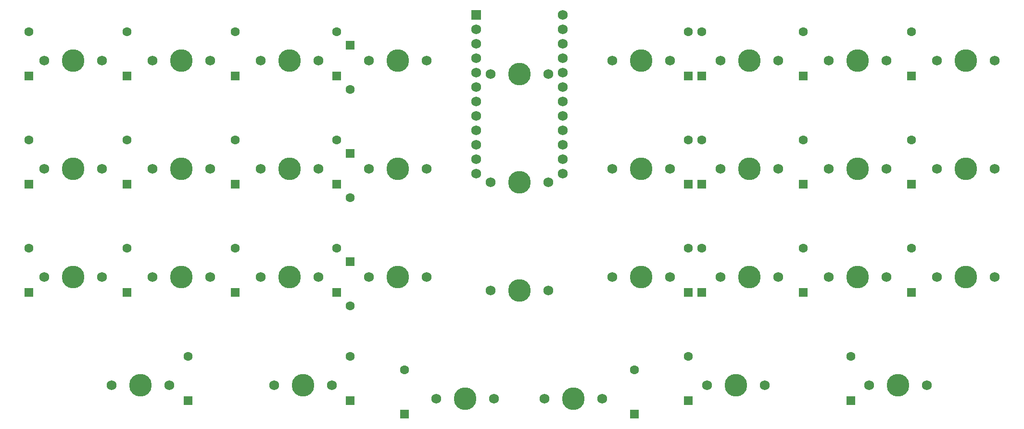
<source format=gbr>
%TF.GenerationSoftware,KiCad,Pcbnew,(5.1.9)-1*%
%TF.CreationDate,2021-08-24T15:28:57-07:00*%
%TF.ProjectId,DropDN - redesign2,44726f70-444e-4202-9d20-726564657369,rev?*%
%TF.SameCoordinates,Original*%
%TF.FileFunction,Soldermask,Top*%
%TF.FilePolarity,Negative*%
%FSLAX46Y46*%
G04 Gerber Fmt 4.6, Leading zero omitted, Abs format (unit mm)*
G04 Created by KiCad (PCBNEW (5.1.9)-1) date 2021-08-24 15:28:57*
%MOMM*%
%LPD*%
G01*
G04 APERTURE LIST*
%ADD10C,1.752600*%
%ADD11R,1.752600X1.752600*%
%ADD12C,3.987800*%
%ADD13C,1.750000*%
%ADD14R,1.600000X1.600000*%
%ADD15C,1.600000*%
G04 APERTURE END LIST*
D10*
%TO.C,PM1*%
X119538750Y-24130000D03*
X104298750Y-52070000D03*
X119538750Y-26670000D03*
X119538750Y-29210000D03*
X119538750Y-31750000D03*
X119538750Y-34290000D03*
X119538750Y-36830000D03*
X119538750Y-39370000D03*
X119538750Y-41910000D03*
X119538750Y-44450000D03*
X119538750Y-46990000D03*
X119538750Y-49530000D03*
X119538750Y-52070000D03*
X104298750Y-49530000D03*
X104298750Y-46990000D03*
X104298750Y-44450000D03*
X104298750Y-41910000D03*
X104298750Y-39370000D03*
X104298750Y-36830000D03*
X104298750Y-34290000D03*
X104298750Y-31750000D03*
X104298750Y-29210000D03*
X104298750Y-26670000D03*
D11*
X104298750Y-24130000D03*
%TD*%
D12*
%TO.C,MX33*%
X178593900Y-89296950D03*
D13*
X173513900Y-89296950D03*
X183673900Y-89296950D03*
%TD*%
D12*
%TO.C,MX32*%
X150018876Y-89296950D03*
D13*
X144938876Y-89296950D03*
X155098876Y-89296950D03*
%TD*%
D12*
%TO.C,MX31*%
X121443854Y-91678200D03*
D13*
X116363854Y-91678200D03*
X126523854Y-91678200D03*
%TD*%
D12*
%TO.C,MX30*%
X102393838Y-91678200D03*
D13*
X97313838Y-91678200D03*
X107473838Y-91678200D03*
%TD*%
D12*
%TO.C,MX29*%
X73818816Y-89296950D03*
D13*
X68738816Y-89296950D03*
X78898816Y-89296950D03*
%TD*%
D12*
%TO.C,MX28*%
X45243792Y-89296950D03*
D13*
X40163792Y-89296950D03*
X50323792Y-89296950D03*
%TD*%
D12*
%TO.C,MX27*%
X190500160Y-70246934D03*
D13*
X185420160Y-70246934D03*
X195580160Y-70246934D03*
%TD*%
D12*
%TO.C,MX26*%
X171450144Y-70246934D03*
D13*
X166370144Y-70246934D03*
X176530144Y-70246934D03*
%TD*%
D12*
%TO.C,MX25*%
X152400128Y-70246934D03*
D13*
X147320128Y-70246934D03*
X157480128Y-70246934D03*
%TD*%
D12*
%TO.C,MX24*%
X133350112Y-70246934D03*
D13*
X128270112Y-70246934D03*
X138430112Y-70246934D03*
%TD*%
D12*
%TO.C,MX23*%
X111918846Y-72628184D03*
D13*
X106838846Y-72628184D03*
X116998846Y-72628184D03*
%TD*%
D12*
%TO.C,MX22*%
X90487580Y-70246934D03*
D13*
X85407580Y-70246934D03*
X95567580Y-70246934D03*
%TD*%
D12*
%TO.C,MX21*%
X71437564Y-70246934D03*
D13*
X66357564Y-70246934D03*
X76517564Y-70246934D03*
%TD*%
D12*
%TO.C,MX20*%
X52387548Y-70246934D03*
D13*
X47307548Y-70246934D03*
X57467548Y-70246934D03*
%TD*%
D12*
%TO.C,MX19*%
X33337532Y-70246934D03*
D13*
X28257532Y-70246934D03*
X38417532Y-70246934D03*
%TD*%
D12*
%TO.C,MX18*%
X190500160Y-51196918D03*
D13*
X185420160Y-51196918D03*
X195580160Y-51196918D03*
%TD*%
D12*
%TO.C,MX17*%
X171450144Y-51196918D03*
D13*
X166370144Y-51196918D03*
X176530144Y-51196918D03*
%TD*%
D12*
%TO.C,MX16*%
X152400128Y-51196918D03*
D13*
X147320128Y-51196918D03*
X157480128Y-51196918D03*
%TD*%
D12*
%TO.C,MX15*%
X133350112Y-51196918D03*
D13*
X128270112Y-51196918D03*
X138430112Y-51196918D03*
%TD*%
D12*
%TO.C,MX14*%
X111918846Y-53578168D03*
D13*
X106838846Y-53578168D03*
X116998846Y-53578168D03*
%TD*%
D12*
%TO.C,MX13*%
X90487580Y-51196918D03*
D13*
X85407580Y-51196918D03*
X95567580Y-51196918D03*
%TD*%
D12*
%TO.C,MX12*%
X71437564Y-51196918D03*
D13*
X66357564Y-51196918D03*
X76517564Y-51196918D03*
%TD*%
D12*
%TO.C,MX11*%
X52387548Y-51196918D03*
D13*
X47307548Y-51196918D03*
X57467548Y-51196918D03*
%TD*%
D12*
%TO.C,MX10*%
X33337532Y-51196918D03*
D13*
X28257532Y-51196918D03*
X38417532Y-51196918D03*
%TD*%
D12*
%TO.C,MX9*%
X190500160Y-32146902D03*
D13*
X185420160Y-32146902D03*
X195580160Y-32146902D03*
%TD*%
D12*
%TO.C,MX8*%
X171450144Y-32146902D03*
D13*
X166370144Y-32146902D03*
X176530144Y-32146902D03*
%TD*%
D12*
%TO.C,MX7*%
X152400128Y-32146902D03*
D13*
X147320128Y-32146902D03*
X157480128Y-32146902D03*
%TD*%
D12*
%TO.C,MX6*%
X133350112Y-32146902D03*
D13*
X128270112Y-32146902D03*
X138430112Y-32146902D03*
%TD*%
D12*
%TO.C,MX5*%
X111918846Y-34528152D03*
D13*
X106838846Y-34528152D03*
X116998846Y-34528152D03*
%TD*%
D12*
%TO.C,MX4*%
X90487580Y-32146902D03*
D13*
X85407580Y-32146902D03*
X95567580Y-32146902D03*
%TD*%
D12*
%TO.C,MX3*%
X71437564Y-32146902D03*
D13*
X66357564Y-32146902D03*
X76517564Y-32146902D03*
%TD*%
D12*
%TO.C,MX2*%
X52387548Y-32146902D03*
D13*
X47307548Y-32146902D03*
X57467548Y-32146902D03*
%TD*%
D12*
%TO.C,MX1*%
X33337532Y-32146902D03*
D13*
X28257532Y-32146902D03*
X38417532Y-32146902D03*
%TD*%
D14*
%TO.C,D33*%
X170259518Y-92006324D03*
D15*
X170259518Y-84206324D03*
%TD*%
D14*
%TO.C,D32*%
X141684494Y-92006324D03*
D15*
X141684494Y-84206324D03*
%TD*%
D14*
%TO.C,D31*%
X132159375Y-94387500D03*
D15*
X132159375Y-86587500D03*
%TD*%
D14*
%TO.C,D30*%
X91678206Y-94387500D03*
D15*
X91678206Y-86587500D03*
%TD*%
D14*
%TO.C,D29*%
X82153125Y-92006250D03*
D15*
X82153125Y-84206250D03*
%TD*%
D14*
%TO.C,D28*%
X53578125Y-92006250D03*
D15*
X53578125Y-84206250D03*
%TD*%
D14*
%TO.C,D27*%
X180975000Y-72956250D03*
D15*
X180975000Y-65156250D03*
%TD*%
D14*
%TO.C,D26*%
X161925000Y-72956308D03*
D15*
X161925000Y-65156308D03*
%TD*%
D14*
%TO.C,D25*%
X144065625Y-72956250D03*
D15*
X144065625Y-65156250D03*
%TD*%
D14*
%TO.C,D24*%
X141684375Y-72956250D03*
D15*
X141684375Y-65156250D03*
%TD*%
D14*
%TO.C,D23*%
X82153125Y-67537500D03*
D15*
X82153125Y-75337500D03*
%TD*%
D14*
%TO.C,D22*%
X79771875Y-72956250D03*
D15*
X79771875Y-65156250D03*
%TD*%
D14*
%TO.C,D21*%
X61912556Y-72956308D03*
D15*
X61912556Y-65156308D03*
%TD*%
D14*
%TO.C,D20*%
X42862540Y-72956308D03*
D15*
X42862540Y-65156308D03*
%TD*%
D14*
%TO.C,D19*%
X25598463Y-72956308D03*
D15*
X25598463Y-65156308D03*
%TD*%
D14*
%TO.C,D18*%
X180975000Y-53906250D03*
D15*
X180975000Y-46106250D03*
%TD*%
D14*
%TO.C,D17*%
X161925000Y-53906250D03*
D15*
X161925000Y-46106250D03*
%TD*%
D14*
%TO.C,D16*%
X144065625Y-53906250D03*
D15*
X144065625Y-46106250D03*
%TD*%
D14*
%TO.C,D15*%
X141684375Y-53906250D03*
D15*
X141684375Y-46106250D03*
%TD*%
D14*
%TO.C,D14*%
X82153125Y-48487500D03*
D15*
X82153125Y-56287500D03*
%TD*%
D14*
%TO.C,D13*%
X79771875Y-53906250D03*
D15*
X79771875Y-46106250D03*
%TD*%
D14*
%TO.C,D12*%
X61912556Y-53906292D03*
D15*
X61912556Y-46106292D03*
%TD*%
D14*
%TO.C,D11*%
X42862540Y-53906292D03*
D15*
X42862540Y-46106292D03*
%TD*%
D14*
%TO.C,D10*%
X25598463Y-53906292D03*
D15*
X25598463Y-46106292D03*
%TD*%
D14*
%TO.C,D9*%
X180975000Y-34856250D03*
D15*
X180975000Y-27056250D03*
%TD*%
D14*
%TO.C,D8*%
X161925000Y-34856276D03*
D15*
X161925000Y-27056276D03*
%TD*%
D14*
%TO.C,D7*%
X144065625Y-34856276D03*
D15*
X144065625Y-27056276D03*
%TD*%
D14*
%TO.C,D6*%
X141684375Y-34856250D03*
D15*
X141684375Y-27056250D03*
%TD*%
D14*
%TO.C,D5*%
X82153125Y-29437500D03*
D15*
X82153125Y-37237500D03*
%TD*%
D14*
%TO.C,D4*%
X79771875Y-34856250D03*
D15*
X79771875Y-27056250D03*
%TD*%
D14*
%TO.C,D3*%
X61912556Y-34856276D03*
D15*
X61912556Y-27056276D03*
%TD*%
D14*
%TO.C,D2*%
X42862540Y-34856276D03*
D15*
X42862540Y-27056276D03*
%TD*%
D14*
%TO.C,D1*%
X25598463Y-34856276D03*
D15*
X25598463Y-27056276D03*
%TD*%
M02*

</source>
